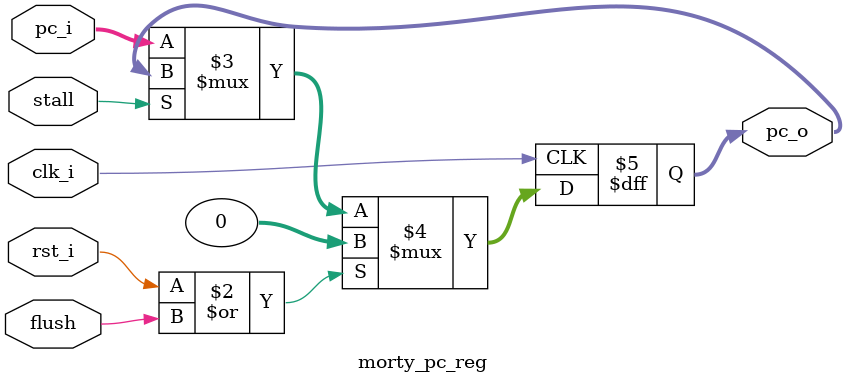
<source format=v>

module morty_pc_reg #(
		parameter [31:0] RESET_ADDR=32'h0000_0000
		)(
		input 			clk_i,
		input 			rst_i,
		input 			stall,
		input 			flush,
		input 		[31:0] 	pc_i,
	        output reg 	[31:0] 	pc_o); 

	always @(posedge clk_i) begin
		pc_o <= ((rst_i|flush)? (RESET_ADDR):((stall)? pc_o: pc_i));
	end	
endmodule 

</source>
